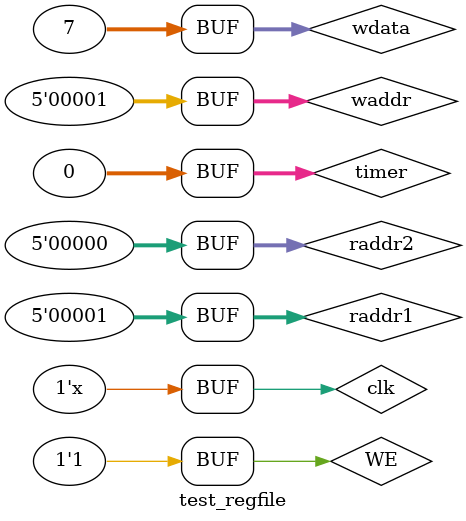
<source format=v>
`timescale 1ns / 1ps


module test_regfile;
    reg [4:0] raddr1 = 5'b1;
    reg [4:0] raddr2 = 5'b0;
    wire [31:0] rdata1;
    wire [31:0] rdata2;
    reg WE = 1;
    reg [4:0] waddr = 5'b1;
    reg [31:0] wdata = 32'b111;

    reg clk = 0;

    reg [31:0] timer = 32'b0;

    always #10 begin
        clk <= ~clk; 
    end

    //write to r1 = 111

    // always @(posedge clk) begin 
    //     //radd1 is always 0
    //     if (timer % 2 == 0) begin
    //         #2
    //         raddr2 = raddr2 + 1;
    //         WE <= ~WE;
    //         timer = timer + 1;
    //     end 
    //     else begin
    //         #2
    //         wdata <= rdata2 + 1;
    //         waddr <= waddr + 1;
    //         WE <= ~WE;
    //         timer <= timer + 1;
    //     end
    // end

    RegFile regfile(
        .clk(clk),
        .raddr1(raddr1),
        .raddr2(raddr2),
        .rdata1(rdata1),
        .rdata2(rdata2),
        .WE(WE),
        .waddr(waddr),
        .wdata(wdata)
    );
    
    

endmodule

</source>
